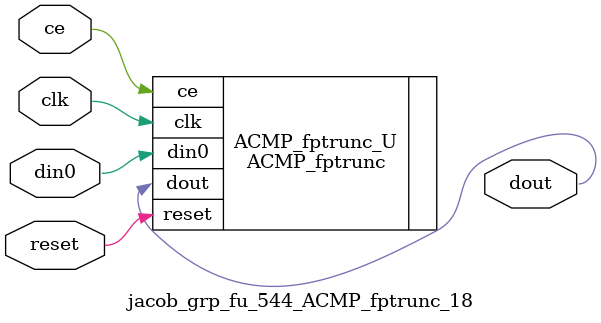
<source format=v>

`timescale 1 ns / 1 ps
module jacob_grp_fu_544_ACMP_fptrunc_18(
    clk,
    reset,
    ce,
    din0,
    dout);

parameter ID = 32'd1;
parameter NUM_STAGE = 32'd1;
parameter din0_WIDTH = 32'd1;
parameter dout_WIDTH = 32'd1;
input clk;
input reset;
input ce;
input[din0_WIDTH - 1:0] din0;
output[dout_WIDTH - 1:0] dout;



ACMP_fptrunc #(
.ID( ID ),
.NUM_STAGE( 2 ),
.din0_WIDTH( din0_WIDTH ),
.dout_WIDTH( dout_WIDTH ))
ACMP_fptrunc_U(
    .clk( clk ),
    .reset( reset ),
    .ce( ce ),
    .din0( din0 ),
    .dout( dout ));

endmodule

</source>
